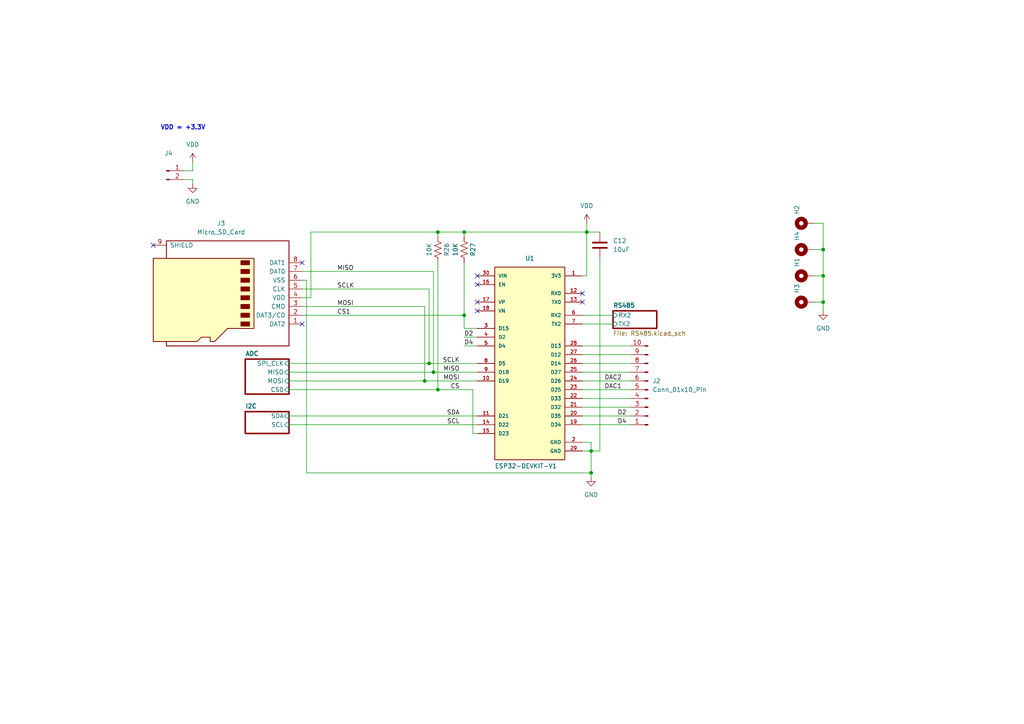
<source format=kicad_sch>
(kicad_sch (version 20231120) (generator "eeschema") (generator_version "8.0")
  (paper "A4")
  (lib_symbols
    (symbol "Connector:Conn_01x02_Pin" (pin_names (offset 1.016) hide)
      (property "Reference" "J" (at 0 2.54 0))
      (property "Value" "Conn_01x02_Pin" (at 0 -5.08 0))
      (symbol "Conn_01x02_Pin_1_1"
        (polyline (pts (xy 1.27 -2.54) (xy 0.8636 -2.54)) (stroke (width 0.1524)))
        (polyline (pts (xy 1.27 0) (xy 0.8636 0)) (stroke (width 0.1524)))
        (rectangle (start 0.8636 -2.413) (end 0 -2.667) (stroke (width 0.1524)) (fill (type outline)))
        (rectangle (start 0.8636 0.127) (end 0 -0.127) (stroke (width 0.1524)) (fill (type outline)))
        (pin passive line (at 5.08 0 180) (length 3.81) (name "Pin_1") (number "1"))
        (pin passive line (at 5.08 -2.54 180) (length 3.81) (name "Pin_2") (number "2"))
      )
    )
    (symbol "Connector:Conn_01x10_Pin" (pin_names (offset 1.016) hide)
      (property "Reference" "J" (at 0 12.7 0))
      (property "Value" "Conn_01x10_Pin" (at 0 -15.24 0))
      (symbol "Conn_01x10_Pin_1_1"
        (polyline (pts (xy 1.27 -12.7) (xy 0.8636 -12.7)) (stroke (width 0.1524)))
        (polyline (pts (xy 1.27 -10.16) (xy 0.8636 -10.16)) (stroke (width 0.1524)))
        (polyline (pts (xy 1.27 -7.62) (xy 0.8636 -7.62)) (stroke (width 0.1524)))
        (polyline (pts (xy 1.27 -5.08) (xy 0.8636 -5.08)) (stroke (width 0.1524)))
        (polyline (pts (xy 1.27 -2.54) (xy 0.8636 -2.54)) (stroke (width 0.1524)))
        (polyline (pts (xy 1.27 0) (xy 0.8636 0)) (stroke (width 0.1524)))
        (polyline (pts (xy 1.27 2.54) (xy 0.8636 2.54)) (stroke (width 0.1524)))
        (polyline (pts (xy 1.27 5.08) (xy 0.8636 5.08)) (stroke (width 0.1524)))
        (polyline (pts (xy 1.27 7.62) (xy 0.8636 7.62)) (stroke (width 0.1524)))
        (polyline (pts (xy 1.27 10.16) (xy 0.8636 10.16)) (stroke (width 0.1524)))
        (rectangle (start 0.8636 -12.573) (end 0 -12.827) (stroke (width 0.1524)) (fill (type outline)))
        (rectangle (start 0.8636 -10.033) (end 0 -10.287) (stroke (width 0.1524)) (fill (type outline)))
        (rectangle (start 0.8636 -7.493) (end 0 -7.747) (stroke (width 0.1524)) (fill (type outline)))
        (rectangle (start 0.8636 -4.953) (end 0 -5.207) (stroke (width 0.1524)) (fill (type outline)))
        (rectangle (start 0.8636 -2.413) (end 0 -2.667) (stroke (width 0.1524)) (fill (type outline)))
        (rectangle (start 0.8636 0.127) (end 0 -0.127) (stroke (width 0.1524)) (fill (type outline)))
        (rectangle (start 0.8636 2.667) (end 0 2.413) (stroke (width 0.1524)) (fill (type outline)))
        (rectangle (start 0.8636 5.207) (end 0 4.953) (stroke (width 0.1524)) (fill (type outline)))
        (rectangle (start 0.8636 7.747) (end 0 7.493) (stroke (width 0.1524)) (fill (type outline)))
        (rectangle (start 0.8636 10.287) (end 0 10.033) (stroke (width 0.1524)) (fill (type outline)))
        (pin passive line (at 5.08 10.16 180) (length 3.81) (name "Pin_1") (number "1"))
        (pin passive line (at 5.08 -12.7 180) (length 3.81) (name "Pin_10") (number "10"))
        (pin passive line (at 5.08 7.62 180) (length 3.81) (name "Pin_2") (number "2"))
        (pin passive line (at 5.08 5.08 180) (length 3.81) (name "Pin_3") (number "3"))
        (pin passive line (at 5.08 2.54 180) (length 3.81) (name "Pin_4") (number "4"))
        (pin passive line (at 5.08 0 180) (length 3.81) (name "Pin_5") (number "5"))
        (pin passive line (at 5.08 -2.54 180) (length 3.81) (name "Pin_6") (number "6"))
        (pin passive line (at 5.08 -5.08 180) (length 3.81) (name "Pin_7") (number "7"))
        (pin passive line (at 5.08 -7.62 180) (length 3.81) (name "Pin_8") (number "8"))
        (pin passive line (at 5.08 -10.16 180) (length 3.81) (name "Pin_9") (number "9"))
      )
    )
    (symbol "Connector:Micro_SD_Card" (pin_names (offset 1.016))
      (property "Reference" "J" (at -16.51 15.24 0))
      (property "Value" "Micro_SD_Card" (at 16.51 15.24 0))
      (symbol "Micro_SD_Card_0_1"
        (rectangle (start -7.62 -9.525) (end -5.08 -10.795) (fill (type outline)))
        (rectangle (start -7.62 -6.985) (end -5.08 -8.255) (fill (type outline)))
        (rectangle (start -7.62 -4.445) (end -5.08 -5.715) (fill (type outline)))
        (rectangle (start -7.62 -1.905) (end -5.08 -3.175) (fill (type outline)))
        (rectangle (start -7.62 0.635) (end -5.08 -0.635) (fill (type outline)))
        (rectangle (start -7.62 3.175) (end -5.08 1.905) (fill (type outline)))
        (rectangle (start -7.62 5.715) (end -5.08 4.445) (fill (type outline)))
        (rectangle (start -7.62 8.255) (end -5.08 6.985) (fill (type outline)))
        (polyline (pts (xy 16.51 12.7) (xy 16.51 13.97) (xy -19.05 13.97) (xy -19.05 -16.51) (xy 16.51 -16.51) (xy 16.51 -11.43)) (stroke (width 0.254)))
        (polyline (pts (xy -8.89 -11.43) (xy -8.89 8.89) (xy -1.27 8.89) (xy 2.54 12.7) (xy 3.81 12.7) (xy 3.81 11.43) (xy 6.35 11.43) (xy 7.62 12.7) (xy 20.32 12.7) (xy 20.32 -11.43) (xy -8.89 -11.43)) (stroke (width 0.254)) (fill (type background)))
      )
      (symbol "Micro_SD_Card_1_1"
        (pin bidirectional line (at -22.86 7.62 0) (length 3.81) (name "DAT2") (number "1"))
        (pin bidirectional line (at -22.86 5.08 0) (length 3.81) (name "DAT3/CD") (number "2"))
        (pin input line (at -22.86 2.54 0) (length 3.81) (name "CMD") (number "3"))
        (pin power_in line (at -22.86 0 0) (length 3.81) (name "VDD") (number "4"))
        (pin input line (at -22.86 -2.54 0) (length 3.81) (name "CLK") (number "5"))
        (pin power_in line (at -22.86 -5.08 0) (length 3.81) (name "VSS") (number "6"))
        (pin bidirectional line (at -22.86 -7.62 0) (length 3.81) (name "DAT0") (number "7"))
        (pin bidirectional line (at -22.86 -10.16 0) (length 3.81) (name "DAT1") (number "8"))
        (pin passive line (at 20.32 -15.24 180) (length 3.81) (name "SHIELD") (number "9"))
      )
    )
    (symbol "Device:C" (pin_numbers hide) (pin_names (offset 0.254))
      (property "Reference" "C" (at 0.635 2.54 0))
      (property "Value" "C" (at 0.635 -2.54 0))
      (symbol "C_0_1"
        (polyline (pts (xy -2.032 -0.762) (xy 2.032 -0.762)) (stroke (width 0.508)))
        (polyline (pts (xy -2.032 0.762) (xy 2.032 0.762)) (stroke (width 0.508)))
      )
      (symbol "C_1_1"
        (pin passive line (at 0 3.81 270) (length 2.794) (name "~") (number "1"))
        (pin passive line (at 0 -3.81 90) (length 2.794) (name "~") (number "2"))
      )
    )
    (symbol "Device:R_US" (pin_numbers hide) (pin_names (offset 0))
      (property "Reference" "R" (at 2.54 0 90))
      (property "Value" "R_US" (at -2.54 0 90))
      (symbol "R_US_0_1"
        (polyline (pts (xy 0 -2.286) (xy 0 -2.54)))
        (polyline (pts (xy 0 2.286) (xy 0 2.54)))
        (polyline (pts (xy 0 -0.762) (xy 1.016 -1.143) (xy 0 -1.524) (xy -1.016 -1.905) (xy 0 -2.286)))
        (polyline (pts (xy 0 0.762) (xy 1.016 0.381) (xy 0 0) (xy -1.016 -0.381) (xy 0 -0.762)))
        (polyline (pts (xy 0 2.286) (xy 1.016 1.905) (xy 0 1.524) (xy -1.016 1.143) (xy 0 0.762)))
      )
      (symbol "R_US_1_1"
        (pin passive line (at 0 3.81 270) (length 1.27) (name "~") (number "1"))
        (pin passive line (at 0 -3.81 90) (length 1.27) (name "~") (number "2"))
      )
    )
    (symbol "ESP32-DEVKIT-V1:ESP32-DEVKIT-V1" (pin_names (offset 1.016))
      (property "Reference" "U" (at -10.16 30.48 0))
      (property "Value" "ESP32-DEVKIT-V1" (at -10.16 -30.48 0))
      (symbol "ESP32-DEVKIT-V1_0_0"
        (rectangle (start -10.16 -27.94) (end 10.16 27.94) (stroke (width 0.254)) (fill (type background)))
        (pin output line (at 15.24 25.4 180) (length 5.08) (name "3V3") (number "1"))
        (pin bidirectional line (at -15.24 -5.08 0) (length 5.08) (name "D19") (number "10"))
        (pin bidirectional line (at -15.24 -15.24 0) (length 5.08) (name "D21") (number "11"))
        (pin input line (at 15.24 20.32 180) (length 5.08) (name "RX0") (number "12"))
        (pin output line (at 15.24 17.78 180) (length 5.08) (name "TX0") (number "13"))
        (pin bidirectional line (at -15.24 -17.78 0) (length 5.08) (name "D22") (number "14"))
        (pin bidirectional line (at -15.24 -20.32 0) (length 5.08) (name "D23") (number "15"))
        (pin input line (at -15.24 22.86 0) (length 5.08) (name "EN") (number "16"))
        (pin bidirectional line (at -15.24 17.78 0) (length 5.08) (name "VP") (number "17"))
        (pin bidirectional line (at -15.24 15.24 0) (length 5.08) (name "VN") (number "18"))
        (pin bidirectional line (at 15.24 -17.78 180) (length 5.08) (name "D34") (number "19"))
        (pin power_in line (at 15.24 -22.86 180) (length 5.08) (name "GND") (number "2"))
        (pin bidirectional line (at 15.24 -15.24 180) (length 5.08) (name "D35") (number "20"))
        (pin bidirectional line (at 15.24 -12.7 180) (length 5.08) (name "D32") (number "21"))
        (pin bidirectional line (at 15.24 -10.16 180) (length 5.08) (name "D33") (number "22"))
        (pin bidirectional line (at 15.24 -7.62 180) (length 5.08) (name "D25") (number "23"))
        (pin bidirectional line (at 15.24 -5.08 180) (length 5.08) (name "D26") (number "24"))
        (pin bidirectional line (at 15.24 -2.54 180) (length 5.08) (name "D27") (number "25"))
        (pin bidirectional line (at 15.24 0 180) (length 5.08) (name "D14") (number "26"))
        (pin bidirectional line (at 15.24 2.54 180) (length 5.08) (name "D12") (number "27"))
        (pin bidirectional line (at 15.24 5.08 180) (length 5.08) (name "D13") (number "28"))
        (pin power_in line (at 15.24 -25.4 180) (length 5.08) (name "GND") (number "29"))
        (pin bidirectional line (at -15.24 10.16 0) (length 5.08) (name "D15") (number "3"))
        (pin input line (at -15.24 25.4 0) (length 5.08) (name "VIN") (number "30"))
        (pin bidirectional line (at -15.24 7.62 0) (length 5.08) (name "D2") (number "4"))
        (pin bidirectional line (at -15.24 5.08 0) (length 5.08) (name "D4") (number "5"))
        (pin input line (at 15.24 13.97 180) (length 5.08) (name "RX2") (number "6"))
        (pin output line (at 15.24 11.43 180) (length 5.08) (name "TX2") (number "7"))
        (pin bidirectional line (at -15.24 0 0) (length 5.08) (name "D5") (number "8"))
        (pin bidirectional line (at -15.24 -2.54 0) (length 5.08) (name "D18") (number "9"))
      )
    )
    (symbol "Mechanical:MountingHole_Pad" (pin_numbers hide) (pin_names (offset 1.016) hide)
      (property "Reference" "H" (at 0 6.35 0))
      (property "Value" "MountingHole_Pad" (at 0 4.445 0))
      (symbol "MountingHole_Pad_0_1"
        (circle (center 0 1.27) (radius 1.27) (stroke (width 1.27)))
      )
      (symbol "MountingHole_Pad_1_1"
        (pin input line (at 0 -2.54 90) (length 2.54) (name "1") (number "1"))
      )
    )
    (symbol "power:GND" (power) (pin_numbers hide) (pin_names (offset 0) hide)
      (property "Value" "GND" (at 0 -3.81 0))
      (symbol "GND_0_1"
        (polyline (pts (xy 0 0) (xy 0 -1.27) (xy 1.27 -1.27) (xy 0 -2.54) (xy -1.27 -1.27) (xy 0 -1.27)))
      )
      (symbol "GND_1_1"
        (pin power_in line (at 0 0 270) (length 0) (name "~") (number "1"))
      )
    )
    (symbol "power:VDD" (power) (pin_numbers hide) (pin_names (offset 0) hide)
      (property "Value" "VDD" (at 0 3.556 0))
      (symbol "VDD_0_1"
        (polyline (pts (xy -0.762 1.27) (xy 0 2.54)))
        (polyline (pts (xy 0 0) (xy 0 2.54)))
        (polyline (pts (xy 0 2.54) (xy 0.762 1.27)))
      )
      (symbol "VDD_1_1"
        (pin power_in line (at 0 0 90) (length 0) (name "~") (number "1"))
      )
    )
  )
  (junction (at 238.76 72.39))
  (junction (at 171.45 137.16))
  (junction (at 127 67.31))
  (junction (at 134.62 67.31))
  (junction (at 127 113.03))
  (junction (at 238.76 87.63))
  (junction (at 171.45 130.81))
  (junction (at 134.62 91.44))
  (junction (at 123.19 110.49))
  (junction (at 170.18 67.31))
  (junction (at 125.73 107.95))
  (junction (at 238.76 80.01))
  (junction (at 124.46 105.41))
  (no_connect (at 168.91 87.63))
  (no_connect (at 138.43 82.55))
  (no_connect (at 138.43 90.17))
  (no_connect (at 138.43 87.63))
  (no_connect (at 87.63 93.98))
  (no_connect (at 168.91 85.09))
  (no_connect (at 44.45 71.12))
  (no_connect (at 87.63 76.2))
  (no_connect (at 138.43 80.01))
  (wire (pts (xy 168.91 120.65) (xy 182.88 120.65)))
  (wire (pts (xy 125.73 107.95) (xy 138.43 107.95)))
  (wire (pts (xy 236.22 80.01) (xy 238.76 80.01)))
  (wire (pts (xy 238.76 87.63) (xy 238.76 90.17)))
  (wire (pts (xy 87.63 91.44) (xy 134.62 91.44)))
  (wire (pts (xy 127 76.2) (xy 127 113.03)))
  (wire (pts (xy 171.45 137.16) (xy 171.45 138.43)))
  (wire (pts (xy 83.82 120.65) (xy 138.43 120.65)))
  (wire (pts (xy 87.63 83.82) (xy 124.46 83.82)))
  (wire (pts (xy 168.91 123.19) (xy 182.88 123.19)))
  (wire (pts (xy 168.91 93.98) (xy 177.8 93.98)))
  (wire (pts (xy 137.16 125.73) (xy 138.43 125.73)))
  (wire (pts (xy 127 68.58) (xy 127 67.31)))
  (wire (pts (xy 170.18 67.31) (xy 173.99 67.31)))
  (wire (pts (xy 53.34 52.07) (xy 55.88 52.07)))
  (wire (pts (xy 134.62 67.31) (xy 170.18 67.31)))
  (wire (pts (xy 125.73 78.74) (xy 125.73 107.95)))
  (wire (pts (xy 127 113.03) (xy 137.16 113.03)))
  (wire (pts (xy 83.82 110.49) (xy 123.19 110.49)))
  (wire (pts (xy 87.63 88.9) (xy 123.19 88.9)))
  (wire (pts (xy 87.63 86.36) (xy 90.17 86.36)))
  (wire (pts (xy 170.18 64.77) (xy 170.18 67.31)))
  (wire (pts (xy 134.62 100.33) (xy 138.43 100.33)))
  (wire (pts (xy 168.91 113.03) (xy 182.88 113.03)))
  (wire (pts (xy 168.91 115.57) (xy 182.88 115.57)))
  (wire (pts (xy 53.34 49.53) (xy 55.88 49.53)))
  (wire (pts (xy 87.63 78.74) (xy 125.73 78.74)))
  (wire (pts (xy 170.18 67.31) (xy 170.18 80.01)))
  (wire (pts (xy 236.22 87.63) (xy 238.76 87.63)))
  (wire (pts (xy 171.45 128.27) (xy 171.45 130.81)))
  (wire (pts (xy 137.16 113.03) (xy 137.16 125.73)))
  (wire (pts (xy 168.91 128.27) (xy 171.45 128.27)))
  (wire (pts (xy 168.91 100.33) (xy 182.88 100.33)))
  (wire (pts (xy 168.91 107.95) (xy 182.88 107.95)))
  (wire (pts (xy 127 67.31) (xy 134.62 67.31)))
  (wire (pts (xy 168.91 105.41) (xy 182.88 105.41)))
  (wire (pts (xy 238.76 72.39) (xy 238.76 80.01)))
  (wire (pts (xy 123.19 88.9) (xy 123.19 110.49)))
  (wire (pts (xy 168.91 102.87) (xy 182.88 102.87)))
  (wire (pts (xy 134.62 95.25) (xy 138.43 95.25)))
  (wire (pts (xy 236.22 72.39) (xy 238.76 72.39)))
  (wire (pts (xy 134.62 76.2) (xy 134.62 91.44)))
  (wire (pts (xy 134.62 91.44) (xy 134.62 95.25)))
  (wire (pts (xy 83.82 113.03) (xy 127 113.03)))
  (wire (pts (xy 124.46 105.41) (xy 138.43 105.41)))
  (wire (pts (xy 55.88 52.07) (xy 55.88 53.34)))
  (wire (pts (xy 83.82 107.95) (xy 125.73 107.95)))
  (wire (pts (xy 173.99 130.81) (xy 171.45 130.81)))
  (wire (pts (xy 87.63 81.28) (xy 88.9 81.28)))
  (wire (pts (xy 173.99 74.93) (xy 173.99 130.81)))
  (wire (pts (xy 88.9 137.16) (xy 171.45 137.16)))
  (wire (pts (xy 171.45 130.81) (xy 171.45 137.16)))
  (wire (pts (xy 88.9 81.28) (xy 88.9 137.16)))
  (wire (pts (xy 83.82 105.41) (xy 124.46 105.41)))
  (wire (pts (xy 238.76 64.77) (xy 238.76 72.39)))
  (wire (pts (xy 168.91 91.44) (xy 177.8 91.44)))
  (wire (pts (xy 168.91 80.01) (xy 170.18 80.01)))
  (wire (pts (xy 83.82 123.19) (xy 138.43 123.19)))
  (wire (pts (xy 168.91 110.49) (xy 182.88 110.49)))
  (wire (pts (xy 238.76 80.01) (xy 238.76 87.63)))
  (wire (pts (xy 90.17 67.31) (xy 127 67.31)))
  (wire (pts (xy 236.22 64.77) (xy 238.76 64.77)))
  (wire (pts (xy 124.46 83.82) (xy 124.46 105.41)))
  (wire (pts (xy 55.88 49.53) (xy 55.88 46.99)))
  (wire (pts (xy 123.19 110.49) (xy 138.43 110.49)))
  (wire (pts (xy 168.91 130.81) (xy 171.45 130.81)))
  (wire (pts (xy 134.62 67.31) (xy 134.62 68.58)))
  (wire (pts (xy 90.17 67.31) (xy 90.17 86.36)))
  (wire (pts (xy 134.62 97.79) (xy 138.43 97.79)))
  (wire (pts (xy 168.91 118.11) (xy 182.88 118.11)))
  (text "VDD = +3.3V" (at 53.086 37.084 0) (effects (font (size 1.27 1.27) (thickness 0.254) (bold yes))))
  (label "MOSI" (at 97.79 88.9 0))
  (label "DAC2" (at 180.34 110.49 180))
  (label "D2" (at 134.62 97.79 0))
  (label "SCLK" (at 97.79 83.82 0))
  (label "CS" (at 133.35 113.03 180))
  (label "MISO" (at 97.79 78.74 0))
  (label "D4" (at 134.62 100.33 0))
  (label "SCL" (at 133.35 123.19 180))
  (label "MOSI" (at 133.35 110.49 180))
  (label "CS1" (at 97.79 91.44 0))
  (label "DAC1" (at 180.34 113.03 180))
  (label "D4" (at 179.07 123.19 0))
  (label "MISO" (at 133.35 107.95 180))
  (label "D2" (at 179.07 120.65 0))
  (label "SCLK" (at 133.35 105.41 180))
  (label "SDA" (at 133.35 120.65 180))
  (symbol (lib_id "Device:C") (at 173.99 71.12 0) (unit 1)
    (property "Reference" "C12" (at 177.8 69.8499 0) (effects (justify left)))
    (property "Value" "10uF" (at 177.8 72.3899 0) (effects (justify left)))
    (property "Footprint" "Capacitor_SMD:C_0805_2012Metric" (effects (hide yes)))
    (property "Description" "Unpolarized capacitor" (effects (hide yes)))
  )
  (symbol (lib_id "Device:R_US") (at 127 72.39 0) (unit 1)
    (property "Reference" "R26" (at 129.54 72.39 90))
    (property "Value" "10K" (at 124.46 72.39 90))
    (property "Footprint" "Resistor_SMD:R_0805_2012Metric_Pad1.20x1.40mm_HandSolder" (effects (hide yes)))
    (property "Description" "Resistor, US symbol" (effects (hide yes)))
  )
  (symbol (lib_id "Mechanical:MountingHole_Pad") (at 233.68 64.77 90) (unit 1)
    (property "Reference" "H2" (at 231.1399 62.23 0) (effects (justify left)))
    (property "Value" "MountingHole_Pad" (effects (hide yes)))
    (property "Footprint" "MountingHole:MountingHole_3.2mm_M3_DIN965_Pad_TopBottom" (effects (hide yes)))
    (property "Description" "Mounting Hole with connection" (effects (hide yes)))
  )
  (symbol (lib_id "power:VDD") (at 55.88 46.99 0) (unit 1)
    (property "Reference" "#PWR012" (effects (hide yes)))
    (property "Value" "VDD" (at 55.88 41.91 0))
    (property "Description" "Power symbol creates a global label with name \"VDD\"" (effects (hide yes)))
  )
  (symbol (lib_id "Mechanical:MountingHole_Pad") (at 233.68 80.01 90) (unit 1)
    (property "Reference" "H1" (at 231.1399 77.47 0) (effects (justify left)))
    (property "Value" "MountingHole_Pad" (effects (hide yes)))
    (property "Footprint" "MountingHole:MountingHole_3.2mm_M3_DIN965_Pad_TopBottom" (effects (hide yes)))
    (property "Description" "Mounting Hole with connection" (effects (hide yes)))
  )
  (symbol (lib_id "power:GND") (at 55.88 53.34 0) (unit 1)
    (property "Reference" "#PWR014" (effects (hide yes)))
    (property "Value" "GND" (at 55.88 58.42 0))
    (property "Description" "Power symbol creates a global label with name \"GND\" , ground" (effects (hide yes)))
  )
  (symbol (lib_id "power:GND") (at 171.45 138.43 0) (unit 1)
    (property "Reference" "#PWR011" (effects (hide yes)))
    (property "Value" "GND" (at 171.45 143.51 0))
    (property "Description" "Power symbol creates a global label with name \"GND\" , ground" (effects (hide yes)))
  )
  (symbol (lib_id "Mechanical:MountingHole_Pad") (at 233.68 72.39 90) (unit 1)
    (property "Reference" "H4" (at 231.1399 69.85 0) (effects (justify left)))
    (property "Value" "MountingHole_Pad" (effects (hide yes)))
    (property "Footprint" "MountingHole:MountingHole_3.2mm_M3_DIN965_Pad_TopBottom" (effects (hide yes)))
    (property "Description" "Mounting Hole with connection" (effects (hide yes)))
  )
  (symbol (lib_id "Connector:Conn_01x10_Pin") (at 187.96 113.03 180) (unit 1)
    (property "Reference" "J2" (at 189.23 110.4899 0) (effects (justify right)))
    (property "Value" "Conn_01x10_Pin" (at 189.23 113.0299 0) (effects (justify right)))
    (property "Footprint" "Connector_PinHeader_2.54mm:PinHeader_1x10_P2.54mm_Vertical" (effects (hide yes)))
    (property "Description" "Generic connector, single row, 01x10, script generated" (effects (hide yes)))
  )
  (symbol (lib_id "Connector:Micro_SD_Card") (at 64.77 86.36 180) (unit 1)
    (property "Reference" "J3" (at 64.135 64.77 0))
    (property "Value" "Micro_SD_Card" (at 64.135 67.31 0))
    (property "Footprint" "custom:TF-SMD_THD2528-11SD-GF" (effects (hide yes)))
    (property "Datasheet" "http://katalog.we-online.de/em/datasheet/693072010801.pdf" (effects (hide yes)))
    (property "Description" "Micro SD Card Socket" (effects (hide yes)))
  )
  (symbol (lib_id "Device:R_US") (at 134.62 72.39 0) (unit 1)
    (property "Reference" "R27" (at 137.16 72.39 90))
    (property "Value" "10K" (at 132.08 72.39 90))
    (property "Footprint" "Resistor_SMD:R_0805_2012Metric_Pad1.20x1.40mm_HandSolder" (effects (hide yes)))
    (property "Description" "Resistor, US symbol" (effects (hide yes)))
  )
  (symbol (lib_id "Connector:Conn_01x02_Pin") (at 48.26 49.53 0) (unit 1)
    (property "Reference" "J4" (at 48.895 44.45 0))
    (property "Value" "Conn_01x02_Pin" (effects (hide yes)))
    (property "Footprint" "Connector_PinHeader_2.54mm:PinHeader_1x02_P2.54mm_Vertical" (effects (hide yes)))
    (property "Description" "Generic connector, single row, 01x02, script generated" (effects (hide yes)))
  )
  (symbol (lib_id "ESP32-DEVKIT-V1:ESP32-DEVKIT-V1") (at 153.67 105.41 0) (unit 1)
    (property "Reference" "U1" (at 153.67 74.93 0))
    (property "Value" "ESP32-DEVKIT-V1" (at 143.51 135.89 0) (effects (justify left bottom)))
    (property "Footprint" "custom:MODULE_ESP32_DEVKIT_V1" (effects (hide yes)))
    (property "MF" "Do it" (effects (hide yes)))
    (property "MAXIMUM_PACKAGE_HEIGHT" "6.8 mm" (effects (hide yes)))
    (property "Package" "None" (effects (hide yes)))
    (property "Price" "None" (effects (hide yes)))
    (property "Check_prices" "https://www.snapeda.com/parts/ESP32-DEVKIT-V1/Do+it/view-part/?ref=eda" (effects (hide yes)))
    (property "STANDARD" "Manufacturer Recommendations" (effects (hide yes)))
    (property "PARTREV" "N/A" (effects (hide yes)))
    (property "SnapEDA_Link" "https://www.snapeda.com/parts/ESP32-DEVKIT-V1/Do+it/view-part/?ref=snap" (effects (hide yes)))
    (property "MP" "ESP32-DEVKIT-V1" (effects (hide yes)))
    (property "Description_1" "\nDual core, Wi-Fi: 2.4 GHz up to 150 Mbits/s,BLE (Bluetooth Low Energy) and legacy Bluetooth, 32 bits, Up to 240 MHz\n" (effects (hide yes)))
    (property "Availability" "Not in stock" (effects (hide yes)))
    (property "MANUFACTURER" "DOIT" (effects (hide yes)))
  )
  (symbol (lib_id "power:GND") (at 238.76 90.17 0) (unit 1)
    (property "Reference" "#PWR015" (effects (hide yes)))
    (property "Value" "GND" (at 238.76 95.25 0))
    (property "Description" "Power symbol creates a global label with name \"GND\" , ground" (effects (hide yes)))
  )
  (symbol (lib_id "power:VDD") (at 170.18 64.77 0) (unit 1)
    (property "Reference" "#PWR010" (effects (hide yes)))
    (property "Value" "VDD" (at 170.18 59.69 0))
    (property "Description" "Power symbol creates a global label with name \"VDD\"" (effects (hide yes)))
  )
  (symbol (lib_id "Mechanical:MountingHole_Pad") (at 233.68 87.63 90) (unit 1)
    (property "Reference" "H3" (at 231.1399 85.09 0) (effects (justify left)))
    (property "Value" "MountingHole_Pad" (effects (hide yes)))
    (property "Footprint" "MountingHole:MountingHole_3.2mm_M3_DIN965_Pad_TopBottom" (effects (hide yes)))
    (property "Description" "Mounting Hole with connection" (effects (hide yes)))
  )
  (sheet (at 71.12 119.38) (size 12.7 6.35) (stroke (width 0.381))
    (property "Sheetname" "I2C" (at 71.12 118.5541 0) (effects (font (bold yes)) (justify left bottom)))
    (property "Sheetfile" "I2C.kicad_sch" (effects (hide yes)))
    (pin "SCL" input (at 83.82 123.19 0))
    (pin "SDA" input (at 83.82 120.65 0))
  )
  (sheet (at 71.12 104.14) (size 12.7 10.16) (stroke (width 0.381))
    (property "Sheetname" "ADC" (at 71.12 103.3141 0) (effects (font (bold yes)) (justify left bottom)))
    (property "Sheetfile" "ADC.kicad_sch" (effects (hide yes)))
    (pin "MISO" input (at 83.82 107.95 0))
    (pin "CS0" input (at 83.82 113.03 0))
    (pin "MOSI" input (at 83.82 110.49 0))
    (pin "SPI_CLK" input (at 83.82 105.41 0))
  )
  (sheet (at 177.8 90.17) (size 12.7 5.08) (stroke (width 0.381))
    (property "Sheetname" "RS485" (at 177.8 89.3441 0) (effects (font (bold yes)) (justify left bottom)))
    (property "Sheetfile" "RS485.kicad_sch" (at 177.8 95.9489 0) (effects (justify left top)))
    (pin "TX2" input (at 177.8 93.98 180))
    (pin "RX2" input (at 177.8 91.44 180))
  )
)
</source>
